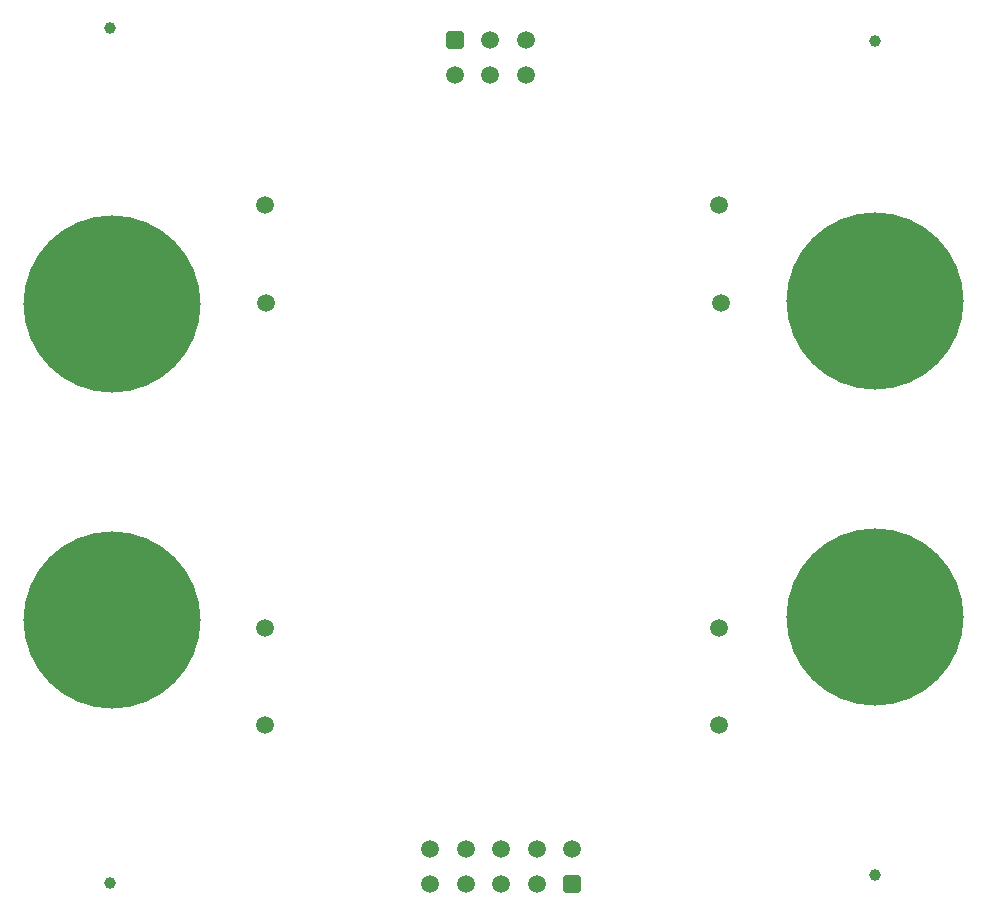
<source format=gbr>
%TF.GenerationSoftware,KiCad,Pcbnew,(6.0.7)*%
%TF.CreationDate,2023-01-09T20:26:50-06:00*%
%TF.ProjectId,Contactor PCB,436f6e74-6163-4746-9f72-205043422e6b,rev?*%
%TF.SameCoordinates,Original*%
%TF.FileFunction,Copper,L2,Bot*%
%TF.FilePolarity,Positive*%
%FSLAX46Y46*%
G04 Gerber Fmt 4.6, Leading zero omitted, Abs format (unit mm)*
G04 Created by KiCad (PCBNEW (6.0.7)) date 2023-01-09 20:26:50*
%MOMM*%
%LPD*%
G01*
G04 APERTURE LIST*
G04 Aperture macros list*
%AMRoundRect*
0 Rectangle with rounded corners*
0 $1 Rounding radius*
0 $2 $3 $4 $5 $6 $7 $8 $9 X,Y pos of 4 corners*
0 Add a 4 corners polygon primitive as box body*
4,1,4,$2,$3,$4,$5,$6,$7,$8,$9,$2,$3,0*
0 Add four circle primitives for the rounded corners*
1,1,$1+$1,$2,$3*
1,1,$1+$1,$4,$5*
1,1,$1+$1,$6,$7*
1,1,$1+$1,$8,$9*
0 Add four rect primitives between the rounded corners*
20,1,$1+$1,$2,$3,$4,$5,0*
20,1,$1+$1,$4,$5,$6,$7,0*
20,1,$1+$1,$6,$7,$8,$9,0*
20,1,$1+$1,$8,$9,$2,$3,0*%
G04 Aperture macros list end*
%TA.AperFunction,ComponentPad*%
%ADD10C,1.000000*%
%TD*%
%TA.AperFunction,ComponentPad*%
%ADD11C,15.000000*%
%TD*%
%TA.AperFunction,ComponentPad*%
%ADD12C,1.518000*%
%TD*%
%TA.AperFunction,ComponentPad*%
%ADD13RoundRect,0.250001X0.499999X0.499999X-0.499999X0.499999X-0.499999X-0.499999X0.499999X-0.499999X0*%
%TD*%
%TA.AperFunction,ComponentPad*%
%ADD14C,1.500000*%
%TD*%
%TA.AperFunction,ComponentPad*%
%ADD15RoundRect,0.250001X-0.499999X-0.499999X0.499999X-0.499999X0.499999X0.499999X-0.499999X0.499999X0*%
%TD*%
G04 APERTURE END LIST*
D10*
%TO.P,TP4,1,1*%
%TO.N,Net-(TP4-Pad1)*%
X147320000Y-120650000D03*
%TD*%
D11*
%TO.P,U2,1,A1*%
%TO.N,Net-(F4-Pad1)*%
X212138388Y-98190071D03*
%TO.P,U2,2,A2*%
%TO.N,Net-(F3-Pad1)*%
X212138388Y-71390071D03*
%TD*%
D10*
%TO.P,TP8,1,1*%
%TO.N,Net-(F4-Pad1)*%
X212090000Y-120015000D03*
%TD*%
D12*
%TO.P,F4,1*%
%TO.N,Net-(F4-Pad1)*%
X198940000Y-107327500D03*
%TO.P,F4,2*%
%TO.N,/HV(-)*%
X160470000Y-107327500D03*
%TD*%
D13*
%TO.P,J1,1,Pin_1*%
%TO.N,/HV(+)*%
X186467000Y-120787000D03*
D14*
%TO.P,J1,2,Pin_2*%
X183467000Y-120787000D03*
%TO.P,J1,3,Pin_3*%
X180467000Y-120787000D03*
%TO.P,J1,4,Pin_4*%
X177467000Y-120787000D03*
%TO.P,J1,5,Pin_5*%
X174467000Y-120787000D03*
%TO.P,J1,6,Pin_6*%
%TO.N,/HV(-)*%
X186467000Y-117787000D03*
%TO.P,J1,7,Pin_7*%
X183467000Y-117787000D03*
%TO.P,J1,8,Pin_8*%
X180467000Y-117787000D03*
%TO.P,J1,9,Pin_9*%
X177467000Y-117787000D03*
%TO.P,J1,10,Pin_10*%
X174467000Y-117787000D03*
%TD*%
D10*
%TO.P,TP5,1,1*%
%TO.N,Net-(F3-Pad1)*%
X212090000Y-49400000D03*
%TD*%
D12*
%TO.P,F2,1*%
%TO.N,Net-(TP4-Pad1)*%
X160470000Y-99047500D03*
%TO.P,F2,2*%
%TO.N,/HV(+)*%
X198940000Y-99047500D03*
%TD*%
%TO.P,F3,1*%
%TO.N,Net-(F3-Pad1)*%
X198940000Y-63295000D03*
%TO.P,F3,2*%
%TO.N,/Batt(-)*%
X160470000Y-63295000D03*
%TD*%
D15*
%TO.P,J2,1,Pin_1*%
%TO.N,/Batt(+)*%
X176530000Y-49276000D03*
D14*
%TO.P,J2,2,Pin_2*%
X179530000Y-49276000D03*
%TO.P,J2,3,Pin_3*%
X182530000Y-49276000D03*
%TO.P,J2,4,Pin_4*%
%TO.N,/Batt(-)*%
X176530000Y-52276000D03*
%TO.P,J2,5,Pin_5*%
X179530000Y-52276000D03*
%TO.P,J2,6,Pin_6*%
X182530000Y-52276000D03*
%TD*%
D10*
%TO.P,TP1,1,1*%
%TO.N,Net-(U1-Pad1)*%
X147320000Y-48260000D03*
%TD*%
D12*
%TO.P,F1,1*%
%TO.N,Net-(U1-Pad1)*%
X160570000Y-71525000D03*
%TO.P,F1,2*%
%TO.N,/Batt(+)*%
X199040000Y-71525000D03*
%TD*%
D11*
%TO.P,U1,1,A1*%
%TO.N,Net-(U1-Pad1)*%
X147525613Y-71608929D03*
%TO.P,U1,2,A2*%
%TO.N,Net-(TP4-Pad1)*%
X147525613Y-98408929D03*
%TD*%
M02*

</source>
